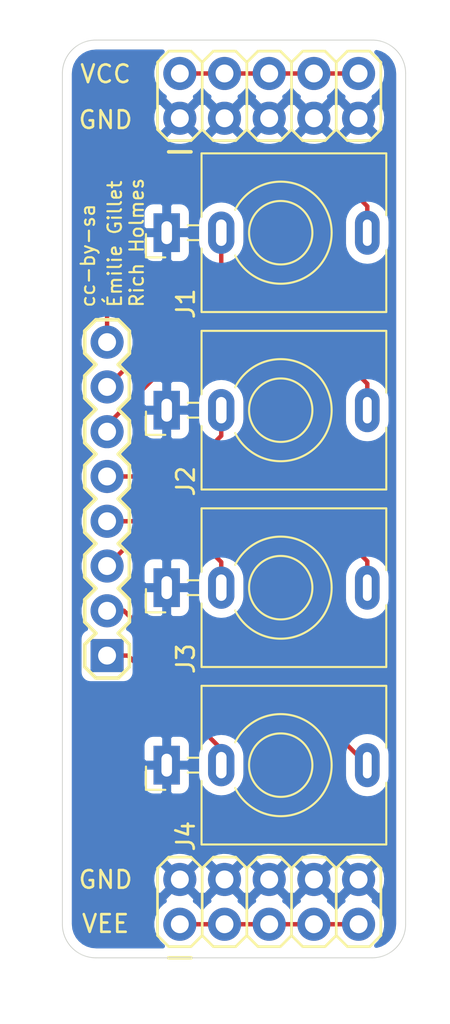
<source format=kicad_pcb>
(kicad_pcb (version 20171130) (host pcbnew 5.1.5-52549c5~84~ubuntu18.04.1)

  (general
    (thickness 1.6)
    (drawings 14)
    (tracks 32)
    (zones 0)
    (modules 7)
    (nets 12)
  )

  (page A4)
  (layers
    (0 Top signal)
    (31 Bottom signal)
    (32 B.Adhes user)
    (33 F.Adhes user)
    (34 B.Paste user)
    (35 F.Paste user)
    (36 B.SilkS user)
    (37 F.SilkS user)
    (38 B.Mask user)
    (39 F.Mask user)
    (40 Dwgs.User user)
    (41 Cmts.User user)
    (42 Eco1.User user)
    (43 Eco2.User user)
    (44 Edge.Cuts user)
    (45 Margin user)
    (46 B.CrtYd user)
    (47 F.CrtYd user)
    (48 B.Fab user)
    (49 F.Fab user)
  )

  (setup
    (last_trace_width 0.25)
    (trace_clearance 0.2)
    (zone_clearance 0.508)
    (zone_45_only no)
    (trace_min 0.2)
    (via_size 0.8)
    (via_drill 0.4)
    (via_min_size 0.4)
    (via_min_drill 0.3)
    (uvia_size 0.3)
    (uvia_drill 0.1)
    (uvias_allowed no)
    (uvia_min_size 0.2)
    (uvia_min_drill 0.1)
    (edge_width 0.05)
    (segment_width 0.2)
    (pcb_text_width 0.3)
    (pcb_text_size 1.5 1.5)
    (mod_edge_width 0.12)
    (mod_text_size 1 1)
    (mod_text_width 0.15)
    (pad_size 1.524 1.524)
    (pad_drill 0.762)
    (pad_to_mask_clearance 0.051)
    (solder_mask_min_width 0.25)
    (aux_axis_origin 0 0)
    (visible_elements FFFFFF7F)
    (pcbplotparams
      (layerselection 0x010fc_ffffffff)
      (usegerberextensions false)
      (usegerberattributes false)
      (usegerberadvancedattributes false)
      (creategerberjobfile false)
      (excludeedgelayer true)
      (linewidth 0.100000)
      (plotframeref false)
      (viasonmask false)
      (mode 1)
      (useauxorigin false)
      (hpglpennumber 1)
      (hpglpenspeed 20)
      (hpglpendiameter 15.000000)
      (psnegative false)
      (psa4output false)
      (plotreference true)
      (plotvalue true)
      (plotinvisibletext false)
      (padsonsilk false)
      (subtractmaskfromsilk false)
      (outputformat 1)
      (mirror false)
      (drillshape 1)
      (scaleselection 1)
      (outputdirectory ""))
  )

  (net 0 "")
  (net 1 GND)
  (net 2 VCC)
  (net 3 VEE)
  (net 4 "Net-(J2-Pad2)")
  (net 5 "Net-(J2-Pad3)")
  (net 6 "Net-(J3-Pad2)")
  (net 7 "Net-(J3-Pad3)")
  (net 8 "Net-(J4-Pad2)")
  (net 9 "Net-(J4-Pad3)")
  (net 10 "Net-(J1-Pad2)")
  (net 11 "Net-(J1-Pad3)")

  (net_class Default "This is the default net class."
    (clearance 0.2)
    (trace_width 0.25)
    (via_dia 0.8)
    (via_drill 0.4)
    (uvia_dia 0.3)
    (uvia_drill 0.1)
    (add_net GND)
    (add_net "Net-(J1-Pad2)")
    (add_net "Net-(J1-Pad3)")
    (add_net "Net-(J2-Pad2)")
    (add_net "Net-(J2-Pad3)")
    (add_net "Net-(J3-Pad2)")
    (add_net "Net-(J3-Pad3)")
    (add_net "Net-(J4-Pad2)")
    (add_net "Net-(J4-Pad3)")
    (add_net VCC)
    (add_net VEE)
  )

  (module bbf-eurojacks:AVR_ICSP (layer Top) (tedit 0) (tstamp 5E77BB0E)
    (at 152.0011 127.8586 90)
    (descr "<b>PIN HEADER</b>")
    (path /ACD8E5B6)
    (fp_text reference JP3 (at -2.794 3.302 180) (layer F.SilkS) hide
      (effects (font (size 0.38608 0.38608) (thickness 0.032512)) (justify right top))
    )
    (fp_text value M05X2PTH (at -2.794 0.254 180) (layer F.Fab) hide
      (effects (font (size 0.38608 0.38608) (thickness 0.032512)) (justify right top))
    )
    (fp_poly (pts (xy 1.016 2.794) (xy 1.524 2.794) (xy 1.524 2.286) (xy 1.016 2.286)) (layer F.Fab) (width 0))
    (fp_poly (pts (xy -1.524 2.794) (xy -1.016 2.794) (xy -1.016 2.286) (xy -1.524 2.286)) (layer F.Fab) (width 0))
    (fp_poly (pts (xy -1.524 5.334) (xy -1.016 5.334) (xy -1.016 4.826) (xy -1.524 4.826)) (layer F.Fab) (width 0))
    (fp_poly (pts (xy 1.016 5.334) (xy 1.524 5.334) (xy 1.524 4.826) (xy 1.016 4.826)) (layer F.Fab) (width 0))
    (fp_poly (pts (xy -1.524 0.254) (xy -1.016 0.254) (xy -1.016 -0.254) (xy -1.524 -0.254)) (layer F.SilkS) (width 0))
    (fp_poly (pts (xy 1.016 0.254) (xy 1.524 0.254) (xy 1.524 -0.254) (xy 1.016 -0.254)) (layer F.Fab) (width 0))
    (fp_poly (pts (xy -1.524 -2.286) (xy -1.016 -2.286) (xy -1.016 -2.794) (xy -1.524 -2.794)) (layer F.Fab) (width 0))
    (fp_poly (pts (xy 1.016 -2.286) (xy 1.524 -2.286) (xy 1.524 -2.794) (xy 1.016 -2.794)) (layer F.Fab) (width 0))
    (fp_poly (pts (xy 1.016 -4.826) (xy 1.524 -4.826) (xy 1.524 -5.334) (xy 1.016 -5.334)) (layer F.Fab) (width 0))
    (fp_poly (pts (xy -1.524 -4.826) (xy -1.016 -4.826) (xy -1.016 -5.334) (xy -1.524 -5.334)) (layer F.Fab) (width 0))
    (fp_line (start -3.175 -5.715) (end -3.175 -4.445) (layer F.SilkS) (width 0.2032))
    (fp_line (start -2.54 4.445) (end -2.54 5.715) (layer F.SilkS) (width 0.1524))
    (fp_line (start 1.905 6.35) (end -1.905 6.35) (layer F.SilkS) (width 0.1524))
    (fp_line (start 2.54 5.715) (end 1.905 6.35) (layer F.SilkS) (width 0.1524))
    (fp_line (start 2.54 4.445) (end 2.54 5.715) (layer F.SilkS) (width 0.1524))
    (fp_line (start 1.905 3.81) (end 2.54 4.445) (layer F.SilkS) (width 0.1524))
    (fp_line (start -2.54 5.715) (end -1.905 6.35) (layer F.SilkS) (width 0.1524))
    (fp_line (start -1.905 3.81) (end -2.54 4.445) (layer F.SilkS) (width 0.1524))
    (fp_line (start -2.54 -5.715) (end -2.54 -4.445) (layer F.SilkS) (width 0.1524))
    (fp_line (start -2.54 -3.175) (end -2.54 -1.905) (layer F.SilkS) (width 0.1524))
    (fp_line (start -2.54 -0.635) (end -2.54 0.635) (layer F.SilkS) (width 0.1524))
    (fp_line (start -2.54 1.905) (end -2.54 3.175) (layer F.SilkS) (width 0.1524))
    (fp_line (start 1.905 3.81) (end -1.905 3.81) (layer F.SilkS) (width 0.1524))
    (fp_line (start 1.905 1.27) (end -1.905 1.27) (layer F.SilkS) (width 0.1524))
    (fp_line (start 1.905 -1.27) (end -1.905 -1.27) (layer F.SilkS) (width 0.1524))
    (fp_line (start 1.905 -3.81) (end -1.905 -3.81) (layer F.SilkS) (width 0.1524))
    (fp_line (start 2.54 3.175) (end 1.905 3.81) (layer F.SilkS) (width 0.1524))
    (fp_line (start 2.54 1.905) (end 2.54 3.175) (layer F.SilkS) (width 0.1524))
    (fp_line (start 1.905 1.27) (end 2.54 1.905) (layer F.SilkS) (width 0.1524))
    (fp_line (start 2.54 0.635) (end 1.905 1.27) (layer F.SilkS) (width 0.1524))
    (fp_line (start 2.54 -0.635) (end 2.54 0.635) (layer F.SilkS) (width 0.1524))
    (fp_line (start 1.905 -1.27) (end 2.54 -0.635) (layer F.SilkS) (width 0.1524))
    (fp_line (start 2.54 -1.905) (end 1.905 -1.27) (layer F.SilkS) (width 0.1524))
    (fp_line (start 2.54 -3.175) (end 2.54 -1.905) (layer F.SilkS) (width 0.1524))
    (fp_line (start 1.905 -3.81) (end 2.54 -3.175) (layer F.SilkS) (width 0.1524))
    (fp_line (start 2.54 -4.445) (end 1.905 -3.81) (layer F.SilkS) (width 0.1524))
    (fp_line (start 2.54 -5.715) (end 2.54 -4.445) (layer F.SilkS) (width 0.1524))
    (fp_line (start 1.905 -6.35) (end 2.54 -5.715) (layer F.SilkS) (width 0.1524))
    (fp_line (start -1.905 -6.35) (end 1.905 -6.35) (layer F.SilkS) (width 0.1524))
    (fp_line (start -2.54 3.175) (end -1.905 3.81) (layer F.SilkS) (width 0.1524))
    (fp_line (start -1.905 1.27) (end -2.54 1.905) (layer F.SilkS) (width 0.1524))
    (fp_line (start -2.54 0.635) (end -1.905 1.27) (layer F.SilkS) (width 0.1524))
    (fp_line (start -1.905 -1.27) (end -2.54 -0.635) (layer F.SilkS) (width 0.1524))
    (fp_line (start -2.54 -1.905) (end -1.905 -1.27) (layer F.SilkS) (width 0.1524))
    (fp_line (start -1.905 -3.81) (end -2.54 -3.175) (layer F.SilkS) (width 0.1524))
    (fp_line (start -2.54 -4.445) (end -1.905 -3.81) (layer F.SilkS) (width 0.1524))
    (fp_line (start -1.905 -6.35) (end -2.54 -5.715) (layer F.SilkS) (width 0.1524))
    (pad 10 thru_hole circle (at 1.27 5.08) (size 1.8796 1.8796) (drill 1.016) (layers *.Cu *.Mask)
      (net 1 GND) (solder_mask_margin 0.1016))
    (pad 9 thru_hole circle (at -1.27 5.08) (size 1.8796 1.8796) (drill 1.016) (layers *.Cu *.Mask)
      (net 3 VEE) (solder_mask_margin 0.1016))
    (pad 8 thru_hole circle (at 1.27 2.54) (size 1.8796 1.8796) (drill 1.016) (layers *.Cu *.Mask)
      (net 1 GND) (solder_mask_margin 0.1016))
    (pad 7 thru_hole circle (at -1.27 2.54) (size 1.8796 1.8796) (drill 1.016) (layers *.Cu *.Mask)
      (net 3 VEE) (solder_mask_margin 0.1016))
    (pad 6 thru_hole circle (at 1.27 0) (size 1.8796 1.8796) (drill 1.016) (layers *.Cu *.Mask)
      (net 1 GND) (solder_mask_margin 0.1016))
    (pad 5 thru_hole circle (at -1.27 0) (size 1.8796 1.8796) (drill 1.016) (layers *.Cu *.Mask)
      (net 3 VEE) (solder_mask_margin 0.1016))
    (pad 4 thru_hole circle (at 1.27 -2.54) (size 1.8796 1.8796) (drill 1.016) (layers *.Cu *.Mask)
      (net 1 GND) (solder_mask_margin 0.1016))
    (pad 3 thru_hole circle (at -1.27 -2.54) (size 1.8796 1.8796) (drill 1.016) (layers *.Cu *.Mask)
      (net 3 VEE) (solder_mask_margin 0.1016))
    (pad 2 thru_hole circle (at 1.27 -5.08) (size 1.8796 1.8796) (drill 1.016) (layers *.Cu *.Mask)
      (net 1 GND) (solder_mask_margin 0.1016))
    (pad 1 thru_hole circle (at -1.27 -5.08) (size 1.8796 1.8796) (drill 1.016) (layers *.Cu *.Mask)
      (net 3 VEE) (solder_mask_margin 0.1016))
  )

  (module bbf-eurojacks-thonkiconn:3.5mm_tip_switch_thonkiconn (layer Top) (tedit 5E77B945) (tstamp 5E77BB86)
    (at 146.1761 120.1036 90)
    (descr "TRS 3.5mm, vertical, Thonkiconn, PCB mount, (http://www.qingpu-electronics.com/en/products/WQP-PJ398SM-362.html)")
    (tags "WQP-PJ398SM TRS 3.5mm mono vertical jack thonkiconn qingpu")
    (path /2A89DB3B)
    (fp_text reference J4 (at -4.03 1.08 270) (layer F.SilkS)
      (effects (font (size 1 1) (thickness 0.15)))
    )
    (fp_text value 1502_03SLOTTED (at 0 5 270) (layer F.Fab)
      (effects (font (size 1 1) (thickness 0.15)))
    )
    (fp_text user KEEPOUT (at 0 6.48 90) (layer Cmts.User)
      (effects (font (size 0.4 0.4) (thickness 0.051)))
    )
    (fp_line (start -5 13.25) (end -5 -1.58) (layer F.CrtYd) (width 0.05))
    (fp_line (start -4.5 12.48) (end -4.5 2.08) (layer F.Fab) (width 0.1))
    (fp_text user %R (at 0 8 270) (layer F.Fab)
      (effects (font (size 1 1) (thickness 0.15)))
    )
    (fp_line (start -4.5 1.98) (end -4.5 12.48) (layer F.SilkS) (width 0.12))
    (fp_line (start 4.5 1.98) (end 4.5 12.48) (layer F.SilkS) (width 0.12))
    (fp_circle (center 0 6.48) (end 1.5 6.48) (layer Dwgs.User) (width 0.12))
    (fp_line (start 0.09 7.96) (end 1.48 6.57) (layer Dwgs.User) (width 0.12))
    (fp_line (start -0.58 7.83) (end 1.36 5.89) (layer Dwgs.User) (width 0.12))
    (fp_line (start -1.07 7.49) (end 1.01 5.41) (layer Dwgs.User) (width 0.12))
    (fp_line (start -1.42 6.875) (end 0.4 5.06) (layer Dwgs.User) (width 0.12))
    (fp_line (start -1.41 6.02) (end -0.46 5.07) (layer Dwgs.User) (width 0.12))
    (fp_arc (start 0 6.48) (end 0 9.375) (angle 153.4) (layer F.SilkS) (width 0.12))
    (fp_arc (start 0 6.48) (end 0 9.375) (angle -153.4) (layer F.SilkS) (width 0.12))
    (fp_line (start 4.5 12.48) (end 1 12.48) (layer F.SilkS) (width 0.12))
    (fp_line (start -1 12.48) (end -4.5 12.48) (layer F.SilkS) (width 0.12))
    (fp_line (start 4.5 1.98) (end 0.9 1.98) (layer F.SilkS) (width 0.12))
    (fp_line (start -0.9 1.98) (end -4.5 1.98) (layer F.SilkS) (width 0.12))
    (fp_circle (center 0 6.48) (end 1.8 6.48) (layer F.SilkS) (width 0.12))
    (fp_line (start -0.42 1.2) (end -0.42 1.8) (layer F.SilkS) (width 0.12))
    (fp_line (start 0.42 1.2) (end 0.42 1.8) (layer F.SilkS) (width 0.12))
    (fp_line (start -1.4 -1.18) (end -1.4 -0.08) (layer F.SilkS) (width 0.12))
    (fp_line (start -1.4 -1.18) (end -0.08 -1.18) (layer F.SilkS) (width 0.12))
    (fp_line (start 4.5 12.48) (end 4.5 2.08) (layer F.Fab) (width 0.1))
    (fp_line (start 4.5 12.48) (end -4.5 12.48) (layer F.Fab) (width 0.1))
    (fp_line (start 5 13.25) (end 5 -1.58) (layer F.CrtYd) (width 0.05))
    (fp_line (start 5 13.25) (end -5 13.25) (layer F.CrtYd) (width 0.05))
    (fp_line (start 5 -1.58) (end -5 -1.58) (layer F.CrtYd) (width 0.05))
    (fp_line (start 4.5 2.03) (end -4.5 2.03) (layer F.Fab) (width 0.1))
    (fp_circle (center 0 6.48) (end 1.8 6.48) (layer F.Fab) (width 0.1))
    (fp_line (start 0 0) (end 0 2.03) (layer F.Fab) (width 0.1))
    (pad 3 thru_hole oval (at 0 3.1 270) (size 2.4 1.5) (drill oval 1.5 0.6) (layers *.Cu *.Mask)
      (net 9 "Net-(J4-Pad3)"))
    (pad 1 thru_hole rect (at 0 0 270) (size 2.2 1.5) (drill oval 1.3 0.6) (layers *.Cu *.Mask)
      (net 1 GND))
    (pad 2 thru_hole oval (at 0 11.4 270) (size 2.5 1.4) (drill oval 1.5 0.5) (layers *.Cu *.Mask)
      (net 8 "Net-(J4-Pad2)"))
    (model ${KISYS3DMOD}/Connector_Audio.3dshapes/Jack_3.5mm_QingPu_WQP-PJ398SM_Vertical.wrl
      (at (xyz 0 0 0))
      (scale (xyz 1 1 1))
      (rotate (xyz 0 0 0))
    )
  )

  (module bbf-eurojacks-thonkiconn:3.5mm_tip_switch_thonkiconn (layer Top) (tedit 5E77B945) (tstamp 5E77BB68)
    (at 146.1761 110.035732 90)
    (descr "TRS 3.5mm, vertical, Thonkiconn, PCB mount, (http://www.qingpu-electronics.com/en/products/WQP-PJ398SM-362.html)")
    (tags "WQP-PJ398SM TRS 3.5mm mono vertical jack thonkiconn qingpu")
    (path /D6A0AFFD)
    (fp_text reference J3 (at -4.03 1.08 270) (layer F.SilkS)
      (effects (font (size 1 1) (thickness 0.15)))
    )
    (fp_text value 1502_03SLOTTED (at 0 5 270) (layer F.Fab)
      (effects (font (size 1 1) (thickness 0.15)))
    )
    (fp_text user KEEPOUT (at 0 6.48 90) (layer Cmts.User)
      (effects (font (size 0.4 0.4) (thickness 0.051)))
    )
    (fp_line (start -5 13.25) (end -5 -1.58) (layer F.CrtYd) (width 0.05))
    (fp_line (start -4.5 12.48) (end -4.5 2.08) (layer F.Fab) (width 0.1))
    (fp_text user %R (at 0 8 270) (layer F.Fab)
      (effects (font (size 1 1) (thickness 0.15)))
    )
    (fp_line (start -4.5 1.98) (end -4.5 12.48) (layer F.SilkS) (width 0.12))
    (fp_line (start 4.5 1.98) (end 4.5 12.48) (layer F.SilkS) (width 0.12))
    (fp_circle (center 0 6.48) (end 1.5 6.48) (layer Dwgs.User) (width 0.12))
    (fp_line (start 0.09 7.96) (end 1.48 6.57) (layer Dwgs.User) (width 0.12))
    (fp_line (start -0.58 7.83) (end 1.36 5.89) (layer Dwgs.User) (width 0.12))
    (fp_line (start -1.07 7.49) (end 1.01 5.41) (layer Dwgs.User) (width 0.12))
    (fp_line (start -1.42 6.875) (end 0.4 5.06) (layer Dwgs.User) (width 0.12))
    (fp_line (start -1.41 6.02) (end -0.46 5.07) (layer Dwgs.User) (width 0.12))
    (fp_arc (start 0 6.48) (end 0 9.375) (angle 153.4) (layer F.SilkS) (width 0.12))
    (fp_arc (start 0 6.48) (end 0 9.375) (angle -153.4) (layer F.SilkS) (width 0.12))
    (fp_line (start 4.5 12.48) (end 1 12.48) (layer F.SilkS) (width 0.12))
    (fp_line (start -1 12.48) (end -4.5 12.48) (layer F.SilkS) (width 0.12))
    (fp_line (start 4.5 1.98) (end 0.9 1.98) (layer F.SilkS) (width 0.12))
    (fp_line (start -0.9 1.98) (end -4.5 1.98) (layer F.SilkS) (width 0.12))
    (fp_circle (center 0 6.48) (end 1.8 6.48) (layer F.SilkS) (width 0.12))
    (fp_line (start -0.42 1.2) (end -0.42 1.8) (layer F.SilkS) (width 0.12))
    (fp_line (start 0.42 1.2) (end 0.42 1.8) (layer F.SilkS) (width 0.12))
    (fp_line (start -1.4 -1.18) (end -1.4 -0.08) (layer F.SilkS) (width 0.12))
    (fp_line (start -1.4 -1.18) (end -0.08 -1.18) (layer F.SilkS) (width 0.12))
    (fp_line (start 4.5 12.48) (end 4.5 2.08) (layer F.Fab) (width 0.1))
    (fp_line (start 4.5 12.48) (end -4.5 12.48) (layer F.Fab) (width 0.1))
    (fp_line (start 5 13.25) (end 5 -1.58) (layer F.CrtYd) (width 0.05))
    (fp_line (start 5 13.25) (end -5 13.25) (layer F.CrtYd) (width 0.05))
    (fp_line (start 5 -1.58) (end -5 -1.58) (layer F.CrtYd) (width 0.05))
    (fp_line (start 4.5 2.03) (end -4.5 2.03) (layer F.Fab) (width 0.1))
    (fp_circle (center 0 6.48) (end 1.8 6.48) (layer F.Fab) (width 0.1))
    (fp_line (start 0 0) (end 0 2.03) (layer F.Fab) (width 0.1))
    (pad 3 thru_hole oval (at 0 3.1 270) (size 2.4 1.5) (drill oval 1.5 0.6) (layers *.Cu *.Mask)
      (net 7 "Net-(J3-Pad3)"))
    (pad 1 thru_hole rect (at 0 0 270) (size 2.2 1.5) (drill oval 1.3 0.6) (layers *.Cu *.Mask)
      (net 1 GND))
    (pad 2 thru_hole oval (at 0 11.4 270) (size 2.5 1.4) (drill oval 1.5 0.5) (layers *.Cu *.Mask)
      (net 6 "Net-(J3-Pad2)"))
    (model ${KISYS3DMOD}/Connector_Audio.3dshapes/Jack_3.5mm_QingPu_WQP-PJ398SM_Vertical.wrl
      (at (xyz 0 0 0))
      (scale (xyz 1 1 1))
      (rotate (xyz 0 0 0))
    )
  )

  (module bbf-eurojacks-thonkiconn:3.5mm_tip_switch_thonkiconn (layer Top) (tedit 5E77B945) (tstamp 5E77BB4A)
    (at 146.1761 99.967866 90)
    (descr "TRS 3.5mm, vertical, Thonkiconn, PCB mount, (http://www.qingpu-electronics.com/en/products/WQP-PJ398SM-362.html)")
    (tags "WQP-PJ398SM TRS 3.5mm mono vertical jack thonkiconn qingpu")
    (path /F2D55355)
    (fp_text reference J2 (at -4.03 1.08 270) (layer F.SilkS)
      (effects (font (size 1 1) (thickness 0.15)))
    )
    (fp_text value 1502_03SLOTTED (at 0 5 270) (layer F.Fab)
      (effects (font (size 1 1) (thickness 0.15)))
    )
    (fp_text user KEEPOUT (at 0 6.48 90) (layer Cmts.User)
      (effects (font (size 0.4 0.4) (thickness 0.051)))
    )
    (fp_line (start -5 13.25) (end -5 -1.58) (layer F.CrtYd) (width 0.05))
    (fp_line (start -4.5 12.48) (end -4.5 2.08) (layer F.Fab) (width 0.1))
    (fp_text user %R (at 0 8 270) (layer F.Fab)
      (effects (font (size 1 1) (thickness 0.15)))
    )
    (fp_line (start -4.5 1.98) (end -4.5 12.48) (layer F.SilkS) (width 0.12))
    (fp_line (start 4.5 1.98) (end 4.5 12.48) (layer F.SilkS) (width 0.12))
    (fp_circle (center 0 6.48) (end 1.5 6.48) (layer Dwgs.User) (width 0.12))
    (fp_line (start 0.09 7.96) (end 1.48 6.57) (layer Dwgs.User) (width 0.12))
    (fp_line (start -0.58 7.83) (end 1.36 5.89) (layer Dwgs.User) (width 0.12))
    (fp_line (start -1.07 7.49) (end 1.01 5.41) (layer Dwgs.User) (width 0.12))
    (fp_line (start -1.42 6.875) (end 0.4 5.06) (layer Dwgs.User) (width 0.12))
    (fp_line (start -1.41 6.02) (end -0.46 5.07) (layer Dwgs.User) (width 0.12))
    (fp_arc (start 0 6.48) (end 0 9.375) (angle 153.4) (layer F.SilkS) (width 0.12))
    (fp_arc (start 0 6.48) (end 0 9.375) (angle -153.4) (layer F.SilkS) (width 0.12))
    (fp_line (start 4.5 12.48) (end 1 12.48) (layer F.SilkS) (width 0.12))
    (fp_line (start -1 12.48) (end -4.5 12.48) (layer F.SilkS) (width 0.12))
    (fp_line (start 4.5 1.98) (end 0.9 1.98) (layer F.SilkS) (width 0.12))
    (fp_line (start -0.9 1.98) (end -4.5 1.98) (layer F.SilkS) (width 0.12))
    (fp_circle (center 0 6.48) (end 1.8 6.48) (layer F.SilkS) (width 0.12))
    (fp_line (start -0.42 1.2) (end -0.42 1.8) (layer F.SilkS) (width 0.12))
    (fp_line (start 0.42 1.2) (end 0.42 1.8) (layer F.SilkS) (width 0.12))
    (fp_line (start -1.4 -1.18) (end -1.4 -0.08) (layer F.SilkS) (width 0.12))
    (fp_line (start -1.4 -1.18) (end -0.08 -1.18) (layer F.SilkS) (width 0.12))
    (fp_line (start 4.5 12.48) (end 4.5 2.08) (layer F.Fab) (width 0.1))
    (fp_line (start 4.5 12.48) (end -4.5 12.48) (layer F.Fab) (width 0.1))
    (fp_line (start 5 13.25) (end 5 -1.58) (layer F.CrtYd) (width 0.05))
    (fp_line (start 5 13.25) (end -5 13.25) (layer F.CrtYd) (width 0.05))
    (fp_line (start 5 -1.58) (end -5 -1.58) (layer F.CrtYd) (width 0.05))
    (fp_line (start 4.5 2.03) (end -4.5 2.03) (layer F.Fab) (width 0.1))
    (fp_circle (center 0 6.48) (end 1.8 6.48) (layer F.Fab) (width 0.1))
    (fp_line (start 0 0) (end 0 2.03) (layer F.Fab) (width 0.1))
    (pad 3 thru_hole oval (at 0 3.1 270) (size 2.4 1.5) (drill oval 1.5 0.6) (layers *.Cu *.Mask)
      (net 5 "Net-(J2-Pad3)"))
    (pad 1 thru_hole rect (at 0 0 270) (size 2.2 1.5) (drill oval 1.3 0.6) (layers *.Cu *.Mask)
      (net 1 GND))
    (pad 2 thru_hole oval (at 0 11.4 270) (size 2.5 1.4) (drill oval 1.5 0.5) (layers *.Cu *.Mask)
      (net 4 "Net-(J2-Pad2)"))
    (model ${KISYS3DMOD}/Connector_Audio.3dshapes/Jack_3.5mm_QingPu_WQP-PJ398SM_Vertical.wrl
      (at (xyz 0 0 0))
      (scale (xyz 1 1 1))
      (rotate (xyz 0 0 0))
    )
  )

  (module bbf-eurojacks-thonkiconn:3.5mm_tip_switch_thonkiconn (layer Top) (tedit 5E77B945) (tstamp 5E77BBA4)
    (at 146.1761 89.9 90)
    (descr "TRS 3.5mm, vertical, Thonkiconn, PCB mount, (http://www.qingpu-electronics.com/en/products/WQP-PJ398SM-362.html)")
    (tags "WQP-PJ398SM TRS 3.5mm mono vertical jack thonkiconn qingpu")
    (path /2CE6A523)
    (fp_text reference J1 (at -4.03 1.08 270) (layer F.SilkS)
      (effects (font (size 1 1) (thickness 0.15)))
    )
    (fp_text value 1502_03SLOTTED (at 0 5 270) (layer F.Fab)
      (effects (font (size 1 1) (thickness 0.15)))
    )
    (fp_text user KEEPOUT (at 0 6.48 90) (layer Cmts.User)
      (effects (font (size 0.4 0.4) (thickness 0.051)))
    )
    (fp_line (start -5 13.25) (end -5 -1.58) (layer F.CrtYd) (width 0.05))
    (fp_line (start -4.5 12.48) (end -4.5 2.08) (layer F.Fab) (width 0.1))
    (fp_text user %R (at 0 8 270) (layer F.Fab)
      (effects (font (size 1 1) (thickness 0.15)))
    )
    (fp_line (start -4.5 1.98) (end -4.5 12.48) (layer F.SilkS) (width 0.12))
    (fp_line (start 4.5 1.98) (end 4.5 12.48) (layer F.SilkS) (width 0.12))
    (fp_circle (center 0 6.48) (end 1.5 6.48) (layer Dwgs.User) (width 0.12))
    (fp_line (start 0.09 7.96) (end 1.48 6.57) (layer Dwgs.User) (width 0.12))
    (fp_line (start -0.58 7.83) (end 1.36 5.89) (layer Dwgs.User) (width 0.12))
    (fp_line (start -1.07 7.49) (end 1.01 5.41) (layer Dwgs.User) (width 0.12))
    (fp_line (start -1.42 6.875) (end 0.4 5.06) (layer Dwgs.User) (width 0.12))
    (fp_line (start -1.41 6.02) (end -0.46 5.07) (layer Dwgs.User) (width 0.12))
    (fp_arc (start 0 6.48) (end 0 9.375) (angle 153.4) (layer F.SilkS) (width 0.12))
    (fp_arc (start 0 6.48) (end 0 9.375) (angle -153.4) (layer F.SilkS) (width 0.12))
    (fp_line (start 4.5 12.48) (end 1 12.48) (layer F.SilkS) (width 0.12))
    (fp_line (start -1 12.48) (end -4.5 12.48) (layer F.SilkS) (width 0.12))
    (fp_line (start 4.5 1.98) (end 0.9 1.98) (layer F.SilkS) (width 0.12))
    (fp_line (start -0.9 1.98) (end -4.5 1.98) (layer F.SilkS) (width 0.12))
    (fp_circle (center 0 6.48) (end 1.8 6.48) (layer F.SilkS) (width 0.12))
    (fp_line (start -0.42 1.2) (end -0.42 1.8) (layer F.SilkS) (width 0.12))
    (fp_line (start 0.42 1.2) (end 0.42 1.8) (layer F.SilkS) (width 0.12))
    (fp_line (start -1.4 -1.18) (end -1.4 -0.08) (layer F.SilkS) (width 0.12))
    (fp_line (start -1.4 -1.18) (end -0.08 -1.18) (layer F.SilkS) (width 0.12))
    (fp_line (start 4.5 12.48) (end 4.5 2.08) (layer F.Fab) (width 0.1))
    (fp_line (start 4.5 12.48) (end -4.5 12.48) (layer F.Fab) (width 0.1))
    (fp_line (start 5 13.25) (end 5 -1.58) (layer F.CrtYd) (width 0.05))
    (fp_line (start 5 13.25) (end -5 13.25) (layer F.CrtYd) (width 0.05))
    (fp_line (start 5 -1.58) (end -5 -1.58) (layer F.CrtYd) (width 0.05))
    (fp_line (start 4.5 2.03) (end -4.5 2.03) (layer F.Fab) (width 0.1))
    (fp_circle (center 0 6.48) (end 1.8 6.48) (layer F.Fab) (width 0.1))
    (fp_line (start 0 0) (end 0 2.03) (layer F.Fab) (width 0.1))
    (pad 3 thru_hole oval (at 0 3.1 270) (size 2.4 1.5) (drill oval 1.5 0.6) (layers *.Cu *.Mask)
      (net 11 "Net-(J1-Pad3)"))
    (pad 1 thru_hole rect (at 0 0 270) (size 2.2 1.5) (drill oval 1.3 0.6) (layers *.Cu *.Mask)
      (net 1 GND))
    (pad 2 thru_hole oval (at 0 11.4 270) (size 2.5 1.4) (drill oval 1.5 0.5) (layers *.Cu *.Mask)
      (net 10 "Net-(J1-Pad2)"))
    (model ${KISYS3DMOD}/Connector_Audio.3dshapes/Jack_3.5mm_QingPu_WQP-PJ398SM_Vertical.wrl
      (at (xyz 0 0 0))
      (scale (xyz 1 1 1))
      (rotate (xyz 0 0 0))
    )
  )

  (module bbf-eurojacks:AVR_ICSP (layer Top) (tedit 0) (tstamp 5E77BAD2)
    (at 152.0011 82.1386 90)
    (descr "<b>PIN HEADER</b>")
    (path /2F430EF2)
    (fp_text reference JP1 (at -2.794 3.302 180) (layer F.SilkS) hide
      (effects (font (size 0.38608 0.38608) (thickness 0.032512)) (justify right top))
    )
    (fp_text value M05X2PTH (at -2.794 0.254 180) (layer F.Fab) hide
      (effects (font (size 0.38608 0.38608) (thickness 0.032512)) (justify right top))
    )
    (fp_poly (pts (xy 1.016 2.794) (xy 1.524 2.794) (xy 1.524 2.286) (xy 1.016 2.286)) (layer F.Fab) (width 0))
    (fp_poly (pts (xy -1.524 2.794) (xy -1.016 2.794) (xy -1.016 2.286) (xy -1.524 2.286)) (layer F.Fab) (width 0))
    (fp_poly (pts (xy -1.524 5.334) (xy -1.016 5.334) (xy -1.016 4.826) (xy -1.524 4.826)) (layer F.Fab) (width 0))
    (fp_poly (pts (xy 1.016 5.334) (xy 1.524 5.334) (xy 1.524 4.826) (xy 1.016 4.826)) (layer F.Fab) (width 0))
    (fp_poly (pts (xy -1.524 0.254) (xy -1.016 0.254) (xy -1.016 -0.254) (xy -1.524 -0.254)) (layer F.SilkS) (width 0))
    (fp_poly (pts (xy 1.016 0.254) (xy 1.524 0.254) (xy 1.524 -0.254) (xy 1.016 -0.254)) (layer F.Fab) (width 0))
    (fp_poly (pts (xy -1.524 -2.286) (xy -1.016 -2.286) (xy -1.016 -2.794) (xy -1.524 -2.794)) (layer F.Fab) (width 0))
    (fp_poly (pts (xy 1.016 -2.286) (xy 1.524 -2.286) (xy 1.524 -2.794) (xy 1.016 -2.794)) (layer F.Fab) (width 0))
    (fp_poly (pts (xy 1.016 -4.826) (xy 1.524 -4.826) (xy 1.524 -5.334) (xy 1.016 -5.334)) (layer F.Fab) (width 0))
    (fp_poly (pts (xy -1.524 -4.826) (xy -1.016 -4.826) (xy -1.016 -5.334) (xy -1.524 -5.334)) (layer F.Fab) (width 0))
    (fp_line (start -3.175 -5.715) (end -3.175 -4.445) (layer F.SilkS) (width 0.2032))
    (fp_line (start -2.54 4.445) (end -2.54 5.715) (layer F.SilkS) (width 0.1524))
    (fp_line (start 1.905 6.35) (end -1.905 6.35) (layer F.SilkS) (width 0.1524))
    (fp_line (start 2.54 5.715) (end 1.905 6.35) (layer F.SilkS) (width 0.1524))
    (fp_line (start 2.54 4.445) (end 2.54 5.715) (layer F.SilkS) (width 0.1524))
    (fp_line (start 1.905 3.81) (end 2.54 4.445) (layer F.SilkS) (width 0.1524))
    (fp_line (start -2.54 5.715) (end -1.905 6.35) (layer F.SilkS) (width 0.1524))
    (fp_line (start -1.905 3.81) (end -2.54 4.445) (layer F.SilkS) (width 0.1524))
    (fp_line (start -2.54 -5.715) (end -2.54 -4.445) (layer F.SilkS) (width 0.1524))
    (fp_line (start -2.54 -3.175) (end -2.54 -1.905) (layer F.SilkS) (width 0.1524))
    (fp_line (start -2.54 -0.635) (end -2.54 0.635) (layer F.SilkS) (width 0.1524))
    (fp_line (start -2.54 1.905) (end -2.54 3.175) (layer F.SilkS) (width 0.1524))
    (fp_line (start 1.905 3.81) (end -1.905 3.81) (layer F.SilkS) (width 0.1524))
    (fp_line (start 1.905 1.27) (end -1.905 1.27) (layer F.SilkS) (width 0.1524))
    (fp_line (start 1.905 -1.27) (end -1.905 -1.27) (layer F.SilkS) (width 0.1524))
    (fp_line (start 1.905 -3.81) (end -1.905 -3.81) (layer F.SilkS) (width 0.1524))
    (fp_line (start 2.54 3.175) (end 1.905 3.81) (layer F.SilkS) (width 0.1524))
    (fp_line (start 2.54 1.905) (end 2.54 3.175) (layer F.SilkS) (width 0.1524))
    (fp_line (start 1.905 1.27) (end 2.54 1.905) (layer F.SilkS) (width 0.1524))
    (fp_line (start 2.54 0.635) (end 1.905 1.27) (layer F.SilkS) (width 0.1524))
    (fp_line (start 2.54 -0.635) (end 2.54 0.635) (layer F.SilkS) (width 0.1524))
    (fp_line (start 1.905 -1.27) (end 2.54 -0.635) (layer F.SilkS) (width 0.1524))
    (fp_line (start 2.54 -1.905) (end 1.905 -1.27) (layer F.SilkS) (width 0.1524))
    (fp_line (start 2.54 -3.175) (end 2.54 -1.905) (layer F.SilkS) (width 0.1524))
    (fp_line (start 1.905 -3.81) (end 2.54 -3.175) (layer F.SilkS) (width 0.1524))
    (fp_line (start 2.54 -4.445) (end 1.905 -3.81) (layer F.SilkS) (width 0.1524))
    (fp_line (start 2.54 -5.715) (end 2.54 -4.445) (layer F.SilkS) (width 0.1524))
    (fp_line (start 1.905 -6.35) (end 2.54 -5.715) (layer F.SilkS) (width 0.1524))
    (fp_line (start -1.905 -6.35) (end 1.905 -6.35) (layer F.SilkS) (width 0.1524))
    (fp_line (start -2.54 3.175) (end -1.905 3.81) (layer F.SilkS) (width 0.1524))
    (fp_line (start -1.905 1.27) (end -2.54 1.905) (layer F.SilkS) (width 0.1524))
    (fp_line (start -2.54 0.635) (end -1.905 1.27) (layer F.SilkS) (width 0.1524))
    (fp_line (start -1.905 -1.27) (end -2.54 -0.635) (layer F.SilkS) (width 0.1524))
    (fp_line (start -2.54 -1.905) (end -1.905 -1.27) (layer F.SilkS) (width 0.1524))
    (fp_line (start -1.905 -3.81) (end -2.54 -3.175) (layer F.SilkS) (width 0.1524))
    (fp_line (start -2.54 -4.445) (end -1.905 -3.81) (layer F.SilkS) (width 0.1524))
    (fp_line (start -1.905 -6.35) (end -2.54 -5.715) (layer F.SilkS) (width 0.1524))
    (pad 10 thru_hole circle (at 1.27 5.08) (size 1.8796 1.8796) (drill 1.016) (layers *.Cu *.Mask)
      (net 2 VCC) (solder_mask_margin 0.1016))
    (pad 9 thru_hole circle (at -1.27 5.08) (size 1.8796 1.8796) (drill 1.016) (layers *.Cu *.Mask)
      (net 1 GND) (solder_mask_margin 0.1016))
    (pad 8 thru_hole circle (at 1.27 2.54) (size 1.8796 1.8796) (drill 1.016) (layers *.Cu *.Mask)
      (net 2 VCC) (solder_mask_margin 0.1016))
    (pad 7 thru_hole circle (at -1.27 2.54) (size 1.8796 1.8796) (drill 1.016) (layers *.Cu *.Mask)
      (net 1 GND) (solder_mask_margin 0.1016))
    (pad 6 thru_hole circle (at 1.27 0) (size 1.8796 1.8796) (drill 1.016) (layers *.Cu *.Mask)
      (net 2 VCC) (solder_mask_margin 0.1016))
    (pad 5 thru_hole circle (at -1.27 0) (size 1.8796 1.8796) (drill 1.016) (layers *.Cu *.Mask)
      (net 1 GND) (solder_mask_margin 0.1016))
    (pad 4 thru_hole circle (at 1.27 -2.54) (size 1.8796 1.8796) (drill 1.016) (layers *.Cu *.Mask)
      (net 2 VCC) (solder_mask_margin 0.1016))
    (pad 3 thru_hole circle (at -1.27 -2.54) (size 1.8796 1.8796) (drill 1.016) (layers *.Cu *.Mask)
      (net 1 GND) (solder_mask_margin 0.1016))
    (pad 2 thru_hole circle (at 1.27 -5.08) (size 1.8796 1.8796) (drill 1.016) (layers *.Cu *.Mask)
      (net 2 VCC) (solder_mask_margin 0.1016))
    (pad 1 thru_hole circle (at -1.27 -5.08) (size 1.8796 1.8796) (drill 1.016) (layers *.Cu *.Mask)
      (net 1 GND) (solder_mask_margin 0.1016))
  )

  (module bbf-eurojacks:1X08 (layer Top) (tedit 0) (tstamp 5E77BBC2)
    (at 142.7861 113.8886 90)
    (path /FA93C76E)
    (fp_text reference JP2 (at -1.3462 -1.8288 90) (layer F.SilkS) hide
      (effects (font (size 1.2065 1.2065) (thickness 0.127)) (justify left bottom))
    )
    (fp_text value M08 (at -1.27 3.175 90) (layer F.Fab)
      (effects (font (size 1.2065 1.2065) (thickness 0.09652)) (justify left bottom))
    )
    (fp_poly (pts (xy 17.526 0.254) (xy 18.034 0.254) (xy 18.034 -0.254) (xy 17.526 -0.254)) (layer F.Fab) (width 0))
    (fp_poly (pts (xy -0.254 0.254) (xy 0.254 0.254) (xy 0.254 -0.254) (xy -0.254 -0.254)) (layer F.Fab) (width 0))
    (fp_poly (pts (xy 2.286 0.254) (xy 2.794 0.254) (xy 2.794 -0.254) (xy 2.286 -0.254)) (layer F.Fab) (width 0))
    (fp_poly (pts (xy 4.826 0.254) (xy 5.334 0.254) (xy 5.334 -0.254) (xy 4.826 -0.254)) (layer F.Fab) (width 0))
    (fp_poly (pts (xy 7.366 0.254) (xy 7.874 0.254) (xy 7.874 -0.254) (xy 7.366 -0.254)) (layer F.Fab) (width 0))
    (fp_poly (pts (xy 9.906 0.254) (xy 10.414 0.254) (xy 10.414 -0.254) (xy 9.906 -0.254)) (layer F.Fab) (width 0))
    (fp_poly (pts (xy 12.446 0.254) (xy 12.954 0.254) (xy 12.954 -0.254) (xy 12.446 -0.254)) (layer F.Fab) (width 0))
    (fp_poly (pts (xy 14.986 0.254) (xy 15.494 0.254) (xy 15.494 -0.254) (xy 14.986 -0.254)) (layer F.Fab) (width 0))
    (fp_line (start 18.415 1.27) (end 17.145 1.27) (layer F.SilkS) (width 0.2032))
    (fp_line (start 16.51 0.635) (end 17.145 1.27) (layer F.SilkS) (width 0.2032))
    (fp_line (start 17.145 -1.27) (end 16.51 -0.635) (layer F.SilkS) (width 0.2032))
    (fp_line (start 19.05 0.635) (end 18.415 1.27) (layer F.SilkS) (width 0.2032))
    (fp_line (start 19.05 -0.635) (end 19.05 0.635) (layer F.SilkS) (width 0.2032))
    (fp_line (start 18.415 -1.27) (end 19.05 -0.635) (layer F.SilkS) (width 0.2032))
    (fp_line (start 17.145 -1.27) (end 18.415 -1.27) (layer F.SilkS) (width 0.2032))
    (fp_line (start 0.635 1.27) (end -0.635 1.27) (layer F.SilkS) (width 0.2032))
    (fp_line (start -1.27 0.635) (end -0.635 1.27) (layer F.SilkS) (width 0.2032))
    (fp_line (start -0.635 -1.27) (end -1.27 -0.635) (layer F.SilkS) (width 0.2032))
    (fp_line (start -1.27 -0.635) (end -1.27 0.635) (layer F.SilkS) (width 0.2032))
    (fp_line (start 1.905 1.27) (end 1.27 0.635) (layer F.SilkS) (width 0.2032))
    (fp_line (start 3.175 1.27) (end 1.905 1.27) (layer F.SilkS) (width 0.2032))
    (fp_line (start 3.81 0.635) (end 3.175 1.27) (layer F.SilkS) (width 0.2032))
    (fp_line (start 3.175 -1.27) (end 3.81 -0.635) (layer F.SilkS) (width 0.2032))
    (fp_line (start 1.905 -1.27) (end 3.175 -1.27) (layer F.SilkS) (width 0.2032))
    (fp_line (start 1.27 -0.635) (end 1.905 -1.27) (layer F.SilkS) (width 0.2032))
    (fp_line (start 1.27 0.635) (end 0.635 1.27) (layer F.SilkS) (width 0.2032))
    (fp_line (start 0.635 -1.27) (end 1.27 -0.635) (layer F.SilkS) (width 0.2032))
    (fp_line (start -0.635 -1.27) (end 0.635 -1.27) (layer F.SilkS) (width 0.2032))
    (fp_line (start 8.255 1.27) (end 6.985 1.27) (layer F.SilkS) (width 0.2032))
    (fp_line (start 6.35 0.635) (end 6.985 1.27) (layer F.SilkS) (width 0.2032))
    (fp_line (start 6.985 -1.27) (end 6.35 -0.635) (layer F.SilkS) (width 0.2032))
    (fp_line (start 4.445 1.27) (end 3.81 0.635) (layer F.SilkS) (width 0.2032))
    (fp_line (start 5.715 1.27) (end 4.445 1.27) (layer F.SilkS) (width 0.2032))
    (fp_line (start 6.35 0.635) (end 5.715 1.27) (layer F.SilkS) (width 0.2032))
    (fp_line (start 5.715 -1.27) (end 6.35 -0.635) (layer F.SilkS) (width 0.2032))
    (fp_line (start 4.445 -1.27) (end 5.715 -1.27) (layer F.SilkS) (width 0.2032))
    (fp_line (start 3.81 -0.635) (end 4.445 -1.27) (layer F.SilkS) (width 0.2032))
    (fp_line (start 9.525 1.27) (end 8.89 0.635) (layer F.SilkS) (width 0.2032))
    (fp_line (start 10.795 1.27) (end 9.525 1.27) (layer F.SilkS) (width 0.2032))
    (fp_line (start 11.43 0.635) (end 10.795 1.27) (layer F.SilkS) (width 0.2032))
    (fp_line (start 10.795 -1.27) (end 11.43 -0.635) (layer F.SilkS) (width 0.2032))
    (fp_line (start 9.525 -1.27) (end 10.795 -1.27) (layer F.SilkS) (width 0.2032))
    (fp_line (start 8.89 -0.635) (end 9.525 -1.27) (layer F.SilkS) (width 0.2032))
    (fp_line (start 8.89 0.635) (end 8.255 1.27) (layer F.SilkS) (width 0.2032))
    (fp_line (start 8.255 -1.27) (end 8.89 -0.635) (layer F.SilkS) (width 0.2032))
    (fp_line (start 6.985 -1.27) (end 8.255 -1.27) (layer F.SilkS) (width 0.2032))
    (fp_line (start 15.875 1.27) (end 14.605 1.27) (layer F.SilkS) (width 0.2032))
    (fp_line (start 13.97 0.635) (end 14.605 1.27) (layer F.SilkS) (width 0.2032))
    (fp_line (start 14.605 -1.27) (end 13.97 -0.635) (layer F.SilkS) (width 0.2032))
    (fp_line (start 12.065 1.27) (end 11.43 0.635) (layer F.SilkS) (width 0.2032))
    (fp_line (start 13.335 1.27) (end 12.065 1.27) (layer F.SilkS) (width 0.2032))
    (fp_line (start 13.97 0.635) (end 13.335 1.27) (layer F.SilkS) (width 0.2032))
    (fp_line (start 13.335 -1.27) (end 13.97 -0.635) (layer F.SilkS) (width 0.2032))
    (fp_line (start 12.065 -1.27) (end 13.335 -1.27) (layer F.SilkS) (width 0.2032))
    (fp_line (start 11.43 -0.635) (end 12.065 -1.27) (layer F.SilkS) (width 0.2032))
    (fp_line (start 16.51 0.635) (end 15.875 1.27) (layer F.SilkS) (width 0.2032))
    (fp_line (start 15.875 -1.27) (end 16.51 -0.635) (layer F.SilkS) (width 0.2032))
    (fp_line (start 14.605 -1.27) (end 15.875 -1.27) (layer F.SilkS) (width 0.2032))
    (pad 8 thru_hole circle (at 17.78 0 180) (size 1.8796 1.8796) (drill 1.016) (layers *.Cu *.Mask)
      (net 10 "Net-(J1-Pad2)") (solder_mask_margin 0.1016))
    (pad 7 thru_hole circle (at 15.24 0 180) (size 1.8796 1.8796) (drill 1.016) (layers *.Cu *.Mask)
      (net 11 "Net-(J1-Pad3)") (solder_mask_margin 0.1016))
    (pad 6 thru_hole circle (at 12.7 0 180) (size 1.8796 1.8796) (drill 1.016) (layers *.Cu *.Mask)
      (net 4 "Net-(J2-Pad2)") (solder_mask_margin 0.1016))
    (pad 5 thru_hole circle (at 10.16 0 180) (size 1.8796 1.8796) (drill 1.016) (layers *.Cu *.Mask)
      (net 5 "Net-(J2-Pad3)") (solder_mask_margin 0.1016))
    (pad 4 thru_hole circle (at 7.62 0 180) (size 1.8796 1.8796) (drill 1.016) (layers *.Cu *.Mask)
      (net 6 "Net-(J3-Pad2)") (solder_mask_margin 0.1016))
    (pad 3 thru_hole circle (at 5.08 0 180) (size 1.8796 1.8796) (drill 1.016) (layers *.Cu *.Mask)
      (net 7 "Net-(J3-Pad3)") (solder_mask_margin 0.1016))
    (pad 2 thru_hole circle (at 2.54 0 180) (size 1.8796 1.8796) (drill 1.016) (layers *.Cu *.Mask)
      (net 8 "Net-(J4-Pad2)") (solder_mask_margin 0.1016))
    (pad 1 thru_hole rect (at 0 0 180) (size 1.8796 1.8796) (drill 1.016) (layers *.Cu *.Mask)
      (net 9 "Net-(J4-Pad3)") (solder_mask_margin 0.1016))
  )

  (gr_text VEE (at 142.7 129.1) (layer F.SilkS) (tstamp 5E781F86)
    (effects (font (size 1 1) (thickness 0.15)))
  )
  (gr_text GND (at 142.7 126.6) (layer F.SilkS) (tstamp 5E781F84)
    (effects (font (size 1 1) (thickness 0.15)))
  )
  (gr_text GND (at 142.7 83.5) (layer F.SilkS) (tstamp 5E781F81)
    (effects (font (size 1 1) (thickness 0.15)))
  )
  (gr_text VCC (at 142.7 80.9) (layer F.SilkS)
    (effects (font (size 1 1) (thickness 0.15)))
  )
  (gr_text "Émilie Gillet\nRich Holmes" (at 144.9211 94.2036 90) (layer F.SilkS) (tstamp 82FAC000)
    (effects (font (size 0.77216 0.77216) (thickness 0.12192)) (justify left bottom))
  )
  (gr_arc (start 157.8511 129.1286) (end 157.8511 131.0336) (angle -90) (layer Edge.Cuts) (width 0.05) (tstamp 81F62450))
  (gr_line (start 159.7561 129.1286) (end 159.7561 80.8686) (layer Edge.Cuts) (width 0.05) (tstamp 81F629C0))
  (gr_arc (start 157.8611 80.8686) (end 159.7561 80.8686) (angle -90) (layer Edge.Cuts) (width 0.05) (tstamp 82F03A80))
  (gr_line (start 157.8611 78.9736) (end 142.1411 78.9736) (layer Edge.Cuts) (width 0.05) (tstamp 82F03FC0))
  (gr_arc (start 142.1411 80.8686) (end 142.1411 78.9736) (angle -90) (layer Edge.Cuts) (width 0.05) (tstamp 82389880))
  (gr_line (start 140.2461 80.8686) (end 140.2461 129.1286) (layer Edge.Cuts) (width 0.05) (tstamp 82389DD0))
  (gr_arc (start 142.1511 129.1286) (end 140.2461 129.1286) (angle -90) (layer Edge.Cuts) (width 0.05) (tstamp 8238A270))
  (gr_line (start 142.1511 131.0336) (end 157.8511 131.0336) (layer Edge.Cuts) (width 0.05) (tstamp 8263F410))
  (gr_text cc-by-sa (at 142.1511 94.2036 90) (layer F.SilkS) (tstamp 8263FA00)
    (effects (font (size 0.77216 0.77216) (thickness 0.12192)) (justify left bottom))
  )

  (segment (start 148.250177 80.8686) (end 157.0811 80.8686) (width 0.25) (layer Top) (net 2))
  (segment (start 146.9211 80.8686) (end 148.250177 80.8686) (width 0.25) (layer Top) (net 2))
  (segment (start 146.9211 129.1286) (end 157.0811 129.1286) (width 0.25) (layer Top) (net 3))
  (segment (start 157.5761 98.467866) (end 157.5761 99.967866) (width 0.25) (layer Top) (net 4))
  (segment (start 156.808234 97.7) (end 157.5761 98.467866) (width 0.25) (layer Top) (net 4))
  (segment (start 142.7861 101.1886) (end 142.7861 100.8139) (width 0.25) (layer Top) (net 4))
  (segment (start 145.9 97.7) (end 156.808234 97.7) (width 0.25) (layer Top) (net 4))
  (segment (start 142.7861 100.8139) (end 145.9 97.7) (width 0.25) (layer Top) (net 4))
  (segment (start 149.2761 101.417866) (end 149.2761 99.967866) (width 0.25) (layer Top) (net 5))
  (segment (start 146.965366 103.7286) (end 149.2761 101.417866) (width 0.25) (layer Top) (net 5))
  (segment (start 142.7861 103.7286) (end 146.965366 103.7286) (width 0.25) (layer Top) (net 5))
  (segment (start 157.5761 108.535732) (end 157.5761 110.035732) (width 0.25) (layer Top) (net 6))
  (segment (start 155.308968 106.2686) (end 157.5761 108.535732) (width 0.25) (layer Top) (net 6))
  (segment (start 142.7861 106.2686) (end 155.308968 106.2686) (width 0.25) (layer Top) (net 6))
  (segment (start 149.2761 108.585732) (end 149.2761 110.035732) (width 0.25) (layer Top) (net 7))
  (segment (start 148.559169 107.868801) (end 149.2761 108.585732) (width 0.25) (layer Top) (net 7))
  (segment (start 143.725899 107.868801) (end 148.559169 107.868801) (width 0.25) (layer Top) (net 7))
  (segment (start 142.7861 108.8086) (end 143.725899 107.868801) (width 0.25) (layer Top) (net 7))
  (segment (start 155.3725 117.9) (end 157.5761 120.1036) (width 0.25) (layer Top) (net 8))
  (segment (start 150.3 117.9) (end 155.3725 117.9) (width 0.25) (layer Top) (net 8))
  (segment (start 142.7861 111.3486) (end 143.7486 111.3486) (width 0.25) (layer Top) (net 8))
  (segment (start 143.7486 111.3486) (end 150.3 117.9) (width 0.25) (layer Top) (net 8))
  (segment (start 149.2761 119.1888) (end 149.2761 120.1036) (width 0.25) (layer Top) (net 9))
  (segment (start 143.9759 113.8886) (end 149.2761 119.1888) (width 0.25) (layer Top) (net 9))
  (segment (start 142.7861 113.8886) (end 143.9759 113.8886) (width 0.25) (layer Top) (net 9))
  (segment (start 157.5761 88.4) (end 157.5761 89.9) (width 0.25) (layer Top) (net 10))
  (segment (start 156.8761 87.7) (end 157.5761 88.4) (width 0.25) (layer Top) (net 10))
  (segment (start 145.5 87.7) (end 156.8761 87.7) (width 0.25) (layer Top) (net 10))
  (segment (start 142.7861 96.1086) (end 142.7861 90.4139) (width 0.25) (layer Top) (net 10))
  (segment (start 142.7861 90.4139) (end 145.5 87.7) (width 0.25) (layer Top) (net 10))
  (segment (start 149.2761 92.1586) (end 149.2761 89.9) (width 0.25) (layer Top) (net 11))
  (segment (start 142.7861 98.6486) (end 149.2761 92.1586) (width 0.25) (layer Top) (net 11))

  (zone (net 1) (net_name GND) (layer Bottom) (tstamp 0) (hatch edge 0.508)
    (connect_pads (clearance 0.508))
    (min_thickness 0.254)
    (fill yes (arc_segments 32) (thermal_gap 0.508) (thermal_bridge_width 0.508))
    (polygon
      (pts
        (xy 162.3 134.8) (xy 136.8 134.8) (xy 136.7 76.7) (xy 162.3 76.7)
      )
    )
    (filled_polygon
      (pts
        (xy 145.917223 79.645373) (xy 145.697873 79.864723) (xy 145.52553 80.122652) (xy 145.406818 80.409248) (xy 145.3463 80.713496)
        (xy 145.3463 81.023704) (xy 145.406818 81.327952) (xy 145.52553 81.614548) (xy 145.697873 81.872477) (xy 145.917223 82.091827)
        (xy 146.053814 82.183095) (xy 146.008229 82.316124) (xy 146.9211 83.228995) (xy 147.833971 82.316124) (xy 147.788386 82.183095)
        (xy 147.924977 82.091827) (xy 148.144327 81.872477) (xy 148.1911 81.802476) (xy 148.237873 81.872477) (xy 148.457223 82.091827)
        (xy 148.593814 82.183095) (xy 148.548229 82.316124) (xy 149.4611 83.228995) (xy 150.373971 82.316124) (xy 150.328386 82.183095)
        (xy 150.464977 82.091827) (xy 150.684327 81.872477) (xy 150.7311 81.802476) (xy 150.777873 81.872477) (xy 150.997223 82.091827)
        (xy 151.133814 82.183095) (xy 151.088229 82.316124) (xy 152.0011 83.228995) (xy 152.913971 82.316124) (xy 152.868386 82.183095)
        (xy 153.004977 82.091827) (xy 153.224327 81.872477) (xy 153.2711 81.802476) (xy 153.317873 81.872477) (xy 153.537223 82.091827)
        (xy 153.673814 82.183095) (xy 153.628229 82.316124) (xy 154.5411 83.228995) (xy 155.453971 82.316124) (xy 155.408386 82.183095)
        (xy 155.544977 82.091827) (xy 155.764327 81.872477) (xy 155.8111 81.802476) (xy 155.857873 81.872477) (xy 156.077223 82.091827)
        (xy 156.213814 82.183095) (xy 156.168229 82.316124) (xy 157.0811 83.228995) (xy 157.993971 82.316124) (xy 157.948386 82.183095)
        (xy 158.084977 82.091827) (xy 158.304327 81.872477) (xy 158.47667 81.614548) (xy 158.595382 81.327952) (xy 158.6559 81.023704)
        (xy 158.6559 80.713496) (xy 158.595382 80.409248) (xy 158.47667 80.122652) (xy 158.304327 79.864723) (xy 158.099771 79.660167)
        (xy 158.100364 79.660225) (xy 158.330514 79.729711) (xy 158.542788 79.842579) (xy 158.729095 79.994528) (xy 158.882337 80.179765)
        (xy 158.996683 80.391244) (xy 159.067776 80.620908) (xy 159.096101 80.890403) (xy 159.0961 129.096323) (xy 159.069285 129.369805)
        (xy 158.999233 129.601826) (xy 158.88545 129.815822) (xy 158.732269 130.003639) (xy 158.545524 130.158129) (xy 158.332331 130.273402)
        (xy 158.100801 130.345072) (xy 158.090667 130.346137) (xy 158.304327 130.132477) (xy 158.47667 129.874548) (xy 158.595382 129.587952)
        (xy 158.6559 129.283704) (xy 158.6559 128.973496) (xy 158.595382 128.669248) (xy 158.47667 128.382652) (xy 158.304327 128.124723)
        (xy 158.084977 127.905373) (xy 157.948386 127.814105) (xy 157.993971 127.681076) (xy 157.0811 126.768205) (xy 156.168229 127.681076)
        (xy 156.213814 127.814105) (xy 156.077223 127.905373) (xy 155.857873 128.124723) (xy 155.8111 128.194724) (xy 155.764327 128.124723)
        (xy 155.544977 127.905373) (xy 155.408386 127.814105) (xy 155.453971 127.681076) (xy 154.5411 126.768205) (xy 153.628229 127.681076)
        (xy 153.673814 127.814105) (xy 153.537223 127.905373) (xy 153.317873 128.124723) (xy 153.2711 128.194724) (xy 153.224327 128.124723)
        (xy 153.004977 127.905373) (xy 152.868386 127.814105) (xy 152.913971 127.681076) (xy 152.0011 126.768205) (xy 151.088229 127.681076)
        (xy 151.133814 127.814105) (xy 150.997223 127.905373) (xy 150.777873 128.124723) (xy 150.7311 128.194724) (xy 150.684327 128.124723)
        (xy 150.464977 127.905373) (xy 150.328386 127.814105) (xy 150.373971 127.681076) (xy 149.4611 126.768205) (xy 148.548229 127.681076)
        (xy 148.593814 127.814105) (xy 148.457223 127.905373) (xy 148.237873 128.124723) (xy 148.1911 128.194724) (xy 148.144327 128.124723)
        (xy 147.924977 127.905373) (xy 147.788386 127.814105) (xy 147.833971 127.681076) (xy 146.9211 126.768205) (xy 146.008229 127.681076)
        (xy 146.053814 127.814105) (xy 145.917223 127.905373) (xy 145.697873 128.124723) (xy 145.52553 128.382652) (xy 145.406818 128.669248)
        (xy 145.3463 128.973496) (xy 145.3463 129.283704) (xy 145.406818 129.587952) (xy 145.52553 129.874548) (xy 145.697873 130.132477)
        (xy 145.917223 130.351827) (xy 145.949809 130.3736) (xy 142.183377 130.3736) (xy 141.909895 130.346785) (xy 141.677874 130.276733)
        (xy 141.463878 130.16295) (xy 141.276061 130.009769) (xy 141.121571 129.823024) (xy 141.006298 129.609831) (xy 140.934628 129.378301)
        (xy 140.9061 129.106876) (xy 140.9061 126.653577) (xy 145.340016 126.653577) (xy 145.383073 126.960784) (xy 145.485235 127.253686)
        (xy 145.570377 127.412977) (xy 145.828624 127.501471) (xy 146.741495 126.5886) (xy 147.100705 126.5886) (xy 148.013576 127.501471)
        (xy 148.1911 127.440639) (xy 148.368624 127.501471) (xy 149.281495 126.5886) (xy 149.640705 126.5886) (xy 150.553576 127.501471)
        (xy 150.7311 127.440639) (xy 150.908624 127.501471) (xy 151.821495 126.5886) (xy 152.180705 126.5886) (xy 153.093576 127.501471)
        (xy 153.2711 127.440639) (xy 153.448624 127.501471) (xy 154.361495 126.5886) (xy 154.720705 126.5886) (xy 155.633576 127.501471)
        (xy 155.8111 127.440639) (xy 155.988624 127.501471) (xy 156.901495 126.5886) (xy 157.260705 126.5886) (xy 158.173576 127.501471)
        (xy 158.431823 127.412977) (xy 158.566697 127.133624) (xy 158.644481 126.833325) (xy 158.662184 126.523623) (xy 158.619127 126.216416)
        (xy 158.516965 125.923514) (xy 158.431823 125.764223) (xy 158.173576 125.675729) (xy 157.260705 126.5886) (xy 156.901495 126.5886)
        (xy 155.988624 125.675729) (xy 155.8111 125.736561) (xy 155.633576 125.675729) (xy 154.720705 126.5886) (xy 154.361495 126.5886)
        (xy 153.448624 125.675729) (xy 153.2711 125.736561) (xy 153.093576 125.675729) (xy 152.180705 126.5886) (xy 151.821495 126.5886)
        (xy 150.908624 125.675729) (xy 150.7311 125.736561) (xy 150.553576 125.675729) (xy 149.640705 126.5886) (xy 149.281495 126.5886)
        (xy 148.368624 125.675729) (xy 148.1911 125.736561) (xy 148.013576 125.675729) (xy 147.100705 126.5886) (xy 146.741495 126.5886)
        (xy 145.828624 125.675729) (xy 145.570377 125.764223) (xy 145.435503 126.043576) (xy 145.357719 126.343875) (xy 145.340016 126.653577)
        (xy 140.9061 126.653577) (xy 140.9061 125.496124) (xy 146.008229 125.496124) (xy 146.9211 126.408995) (xy 147.833971 125.496124)
        (xy 148.548229 125.496124) (xy 149.4611 126.408995) (xy 150.373971 125.496124) (xy 151.088229 125.496124) (xy 152.0011 126.408995)
        (xy 152.913971 125.496124) (xy 153.628229 125.496124) (xy 154.5411 126.408995) (xy 155.453971 125.496124) (xy 156.168229 125.496124)
        (xy 157.0811 126.408995) (xy 157.993971 125.496124) (xy 157.905477 125.237877) (xy 157.626124 125.103003) (xy 157.325825 125.025219)
        (xy 157.016123 125.007516) (xy 156.708916 125.050573) (xy 156.416014 125.152735) (xy 156.256723 125.237877) (xy 156.168229 125.496124)
        (xy 155.453971 125.496124) (xy 155.365477 125.237877) (xy 155.086124 125.103003) (xy 154.785825 125.025219) (xy 154.476123 125.007516)
        (xy 154.168916 125.050573) (xy 153.876014 125.152735) (xy 153.716723 125.237877) (xy 153.628229 125.496124) (xy 152.913971 125.496124)
        (xy 152.825477 125.237877) (xy 152.546124 125.103003) (xy 152.245825 125.025219) (xy 151.936123 125.007516) (xy 151.628916 125.050573)
        (xy 151.336014 125.152735) (xy 151.176723 125.237877) (xy 151.088229 125.496124) (xy 150.373971 125.496124) (xy 150.285477 125.237877)
        (xy 150.006124 125.103003) (xy 149.705825 125.025219) (xy 149.396123 125.007516) (xy 149.088916 125.050573) (xy 148.796014 125.152735)
        (xy 148.636723 125.237877) (xy 148.548229 125.496124) (xy 147.833971 125.496124) (xy 147.745477 125.237877) (xy 147.466124 125.103003)
        (xy 147.165825 125.025219) (xy 146.856123 125.007516) (xy 146.548916 125.050573) (xy 146.256014 125.152735) (xy 146.096723 125.237877)
        (xy 146.008229 125.496124) (xy 140.9061 125.496124) (xy 140.9061 121.2036) (xy 144.788028 121.2036) (xy 144.800288 121.328082)
        (xy 144.836598 121.44778) (xy 144.895563 121.558094) (xy 144.974915 121.654785) (xy 145.071606 121.734137) (xy 145.18192 121.793102)
        (xy 145.301618 121.829412) (xy 145.4261 121.841672) (xy 145.89035 121.8386) (xy 146.0491 121.67985) (xy 146.0491 120.2306)
        (xy 146.3031 120.2306) (xy 146.3031 121.67985) (xy 146.46185 121.8386) (xy 146.9261 121.841672) (xy 147.050582 121.829412)
        (xy 147.17028 121.793102) (xy 147.280594 121.734137) (xy 147.377285 121.654785) (xy 147.456637 121.558094) (xy 147.515602 121.44778)
        (xy 147.551912 121.328082) (xy 147.564172 121.2036) (xy 147.5611 120.38935) (xy 147.40235 120.2306) (xy 146.3031 120.2306)
        (xy 146.0491 120.2306) (xy 144.94985 120.2306) (xy 144.7911 120.38935) (xy 144.788028 121.2036) (xy 140.9061 121.2036)
        (xy 140.9061 119.0036) (xy 144.788028 119.0036) (xy 144.7911 119.81785) (xy 144.94985 119.9766) (xy 146.0491 119.9766)
        (xy 146.0491 118.52735) (xy 146.3031 118.52735) (xy 146.3031 119.9766) (xy 147.40235 119.9766) (xy 147.5611 119.81785)
        (xy 147.561976 119.585563) (xy 147.8911 119.585563) (xy 147.8911 120.621636) (xy 147.91114 120.825106) (xy 147.990336 121.08618)
        (xy 148.118943 121.326787) (xy 148.292019 121.53768) (xy 148.502912 121.710757) (xy 148.743519 121.839364) (xy 149.004593 121.91856)
        (xy 149.2761 121.945301) (xy 149.547606 121.91856) (xy 149.80868 121.839364) (xy 150.049287 121.710757) (xy 150.26018 121.537681)
        (xy 150.433257 121.326788) (xy 150.561864 121.086181) (xy 150.64106 120.825107) (xy 150.6611 120.621637) (xy 150.6611 119.585564)
        (xy 150.651493 119.488021) (xy 156.2411 119.488021) (xy 156.2411 120.719178) (xy 156.260417 120.915305) (xy 156.336753 121.166953)
        (xy 156.460718 121.398874) (xy 156.627545 121.602155) (xy 156.830825 121.768982) (xy 157.062746 121.892947) (xy 157.314394 121.969283)
        (xy 157.5761 121.995059) (xy 157.837805 121.969283) (xy 158.089453 121.892947) (xy 158.321374 121.768982) (xy 158.524655 121.602155)
        (xy 158.691482 121.398875) (xy 158.815447 121.166954) (xy 158.891783 120.915306) (xy 158.9111 120.719179) (xy 158.9111 119.488021)
        (xy 158.891783 119.291894) (xy 158.815447 119.040246) (xy 158.691482 118.808325) (xy 158.524655 118.605045) (xy 158.321375 118.438218)
        (xy 158.089454 118.314253) (xy 157.837806 118.237917) (xy 157.5761 118.212141) (xy 157.314395 118.237917) (xy 157.062747 118.314253)
        (xy 156.830826 118.438218) (xy 156.627546 118.605045) (xy 156.460718 118.808325) (xy 156.336753 119.040246) (xy 156.260417 119.291894)
        (xy 156.2411 119.488021) (xy 150.651493 119.488021) (xy 150.64106 119.382093) (xy 150.561864 119.121019) (xy 150.433257 118.880412)
        (xy 150.260181 118.669519) (xy 150.049288 118.496443) (xy 149.808681 118.367836) (xy 149.547607 118.28864) (xy 149.2761 118.261899)
        (xy 149.004594 118.28864) (xy 148.74352 118.367836) (xy 148.502913 118.496443) (xy 148.29202 118.669519) (xy 148.118943 118.880412)
        (xy 147.990336 119.121019) (xy 147.91114 119.382093) (xy 147.8911 119.585563) (xy 147.561976 119.585563) (xy 147.564172 119.0036)
        (xy 147.551912 118.879118) (xy 147.515602 118.75942) (xy 147.456637 118.649106) (xy 147.377285 118.552415) (xy 147.280594 118.473063)
        (xy 147.17028 118.414098) (xy 147.050582 118.377788) (xy 146.9261 118.365528) (xy 146.46185 118.3686) (xy 146.3031 118.52735)
        (xy 146.0491 118.52735) (xy 145.89035 118.3686) (xy 145.4261 118.365528) (xy 145.301618 118.377788) (xy 145.18192 118.414098)
        (xy 145.071606 118.473063) (xy 144.974915 118.552415) (xy 144.895563 118.649106) (xy 144.836598 118.75942) (xy 144.800288 118.879118)
        (xy 144.788028 119.0036) (xy 140.9061 119.0036) (xy 140.9061 112.9488) (xy 141.208228 112.9488) (xy 141.208228 114.8284)
        (xy 141.220488 114.952882) (xy 141.256798 115.07258) (xy 141.315763 115.182894) (xy 141.395115 115.279585) (xy 141.491806 115.358937)
        (xy 141.60212 115.417902) (xy 141.721818 115.454212) (xy 141.8463 115.466472) (xy 143.7259 115.466472) (xy 143.850382 115.454212)
        (xy 143.97008 115.417902) (xy 144.080394 115.358937) (xy 144.177085 115.279585) (xy 144.256437 115.182894) (xy 144.315402 115.07258)
        (xy 144.351712 114.952882) (xy 144.363972 114.8284) (xy 144.363972 112.9488) (xy 144.351712 112.824318) (xy 144.315402 112.70462)
        (xy 144.256437 112.594306) (xy 144.177085 112.497615) (xy 144.080394 112.418263) (xy 143.991211 112.370593) (xy 144.009327 112.352477)
        (xy 144.18167 112.094548) (xy 144.300382 111.807952) (xy 144.3609 111.503704) (xy 144.3609 111.193496) (xy 144.349411 111.135732)
        (xy 144.788028 111.135732) (xy 144.800288 111.260214) (xy 144.836598 111.379912) (xy 144.895563 111.490226) (xy 144.974915 111.586917)
        (xy 145.071606 111.666269) (xy 145.18192 111.725234) (xy 145.301618 111.761544) (xy 145.4261 111.773804) (xy 145.89035 111.770732)
        (xy 146.0491 111.611982) (xy 146.0491 110.162732) (xy 146.3031 110.162732) (xy 146.3031 111.611982) (xy 146.46185 111.770732)
        (xy 146.9261 111.773804) (xy 147.050582 111.761544) (xy 147.17028 111.725234) (xy 147.280594 111.666269) (xy 147.377285 111.586917)
        (xy 147.456637 111.490226) (xy 147.515602 111.379912) (xy 147.551912 111.260214) (xy 147.564172 111.135732) (xy 147.5611 110.321482)
        (xy 147.40235 110.162732) (xy 146.3031 110.162732) (xy 146.0491 110.162732) (xy 144.94985 110.162732) (xy 144.7911 110.321482)
        (xy 144.788028 111.135732) (xy 144.349411 111.135732) (xy 144.300382 110.889248) (xy 144.18167 110.602652) (xy 144.009327 110.344723)
        (xy 143.789977 110.125373) (xy 143.719976 110.0786) (xy 143.789977 110.031827) (xy 144.009327 109.812477) (xy 144.18167 109.554548)
        (xy 144.300382 109.267952) (xy 144.3609 108.963704) (xy 144.3609 108.935732) (xy 144.788028 108.935732) (xy 144.7911 109.749982)
        (xy 144.94985 109.908732) (xy 146.0491 109.908732) (xy 146.0491 108.459482) (xy 146.3031 108.459482) (xy 146.3031 109.908732)
        (xy 147.40235 109.908732) (xy 147.5611 109.749982) (xy 147.561976 109.517695) (xy 147.8911 109.517695) (xy 147.8911 110.553768)
        (xy 147.91114 110.757238) (xy 147.990336 111.018312) (xy 148.118943 111.258919) (xy 148.292019 111.469812) (xy 148.502912 111.642889)
        (xy 148.743519 111.771496) (xy 149.004593 111.850692) (xy 149.2761 111.877433) (xy 149.547606 111.850692) (xy 149.80868 111.771496)
        (xy 150.049287 111.642889) (xy 150.26018 111.469813) (xy 150.433257 111.25892) (xy 150.561864 111.018313) (xy 150.64106 110.757239)
        (xy 150.6611 110.553769) (xy 150.6611 109.517696) (xy 150.651493 109.420153) (xy 156.2411 109.420153) (xy 156.2411 110.65131)
        (xy 156.260417 110.847437) (xy 156.336753 111.099085) (xy 156.460718 111.331006) (xy 156.627545 111.534287) (xy 156.830825 111.701114)
        (xy 157.062746 111.825079) (xy 157.314394 111.901415) (xy 157.5761 111.927191) (xy 157.837805 111.901415) (xy 158.089453 111.825079)
        (xy 158.321374 111.701114) (xy 158.524655 111.534287) (xy 158.691482 111.331007) (xy 158.815447 111.099086) (xy 158.891783 110.847438)
        (xy 158.9111 110.651311) (xy 158.9111 109.420153) (xy 158.891783 109.224026) (xy 158.815447 108.972378) (xy 158.691482 108.740457)
        (xy 158.524655 108.537177) (xy 158.321375 108.37035) (xy 158.089454 108.246385) (xy 157.837806 108.170049) (xy 157.5761 108.144273)
        (xy 157.314395 108.170049) (xy 157.062747 108.246385) (xy 156.830826 108.37035) (xy 156.627546 108.537177) (xy 156.460718 108.740457)
        (xy 156.336753 108.972378) (xy 156.260417 109.224026) (xy 156.2411 109.420153) (xy 150.651493 109.420153) (xy 150.64106 109.314225)
        (xy 150.561864 109.053151) (xy 150.433257 108.812544) (xy 150.260181 108.601651) (xy 150.049288 108.428575) (xy 149.808681 108.299968)
        (xy 149.547607 108.220772) (xy 149.2761 108.194031) (xy 149.004594 108.220772) (xy 148.74352 108.299968) (xy 148.502913 108.428575)
        (xy 148.29202 108.601651) (xy 148.118943 108.812544) (xy 147.990336 109.053151) (xy 147.91114 109.314225) (xy 147.8911 109.517695)
        (xy 147.561976 109.517695) (xy 147.564172 108.935732) (xy 147.551912 108.81125) (xy 147.515602 108.691552) (xy 147.456637 108.581238)
        (xy 147.377285 108.484547) (xy 147.280594 108.405195) (xy 147.17028 108.34623) (xy 147.050582 108.30992) (xy 146.9261 108.29766)
        (xy 146.46185 108.300732) (xy 146.3031 108.459482) (xy 146.0491 108.459482) (xy 145.89035 108.300732) (xy 145.4261 108.29766)
        (xy 145.301618 108.30992) (xy 145.18192 108.34623) (xy 145.071606 108.405195) (xy 144.974915 108.484547) (xy 144.895563 108.581238)
        (xy 144.836598 108.691552) (xy 144.800288 108.81125) (xy 144.788028 108.935732) (xy 144.3609 108.935732) (xy 144.3609 108.653496)
        (xy 144.300382 108.349248) (xy 144.18167 108.062652) (xy 144.009327 107.804723) (xy 143.789977 107.585373) (xy 143.719976 107.5386)
        (xy 143.789977 107.491827) (xy 144.009327 107.272477) (xy 144.18167 107.014548) (xy 144.300382 106.727952) (xy 144.3609 106.423704)
        (xy 144.3609 106.113496) (xy 144.300382 105.809248) (xy 144.18167 105.522652) (xy 144.009327 105.264723) (xy 143.789977 105.045373)
        (xy 143.719976 104.9986) (xy 143.789977 104.951827) (xy 144.009327 104.732477) (xy 144.18167 104.474548) (xy 144.300382 104.187952)
        (xy 144.3609 103.883704) (xy 144.3609 103.573496) (xy 144.300382 103.269248) (xy 144.18167 102.982652) (xy 144.009327 102.724723)
        (xy 143.789977 102.505373) (xy 143.719976 102.4586) (xy 143.789977 102.411827) (xy 144.009327 102.192477) (xy 144.18167 101.934548)
        (xy 144.300382 101.647952) (xy 144.3609 101.343704) (xy 144.3609 101.067866) (xy 144.788028 101.067866) (xy 144.800288 101.192348)
        (xy 144.836598 101.312046) (xy 144.895563 101.42236) (xy 144.974915 101.519051) (xy 145.071606 101.598403) (xy 145.18192 101.657368)
        (xy 145.301618 101.693678) (xy 145.4261 101.705938) (xy 145.89035 101.702866) (xy 146.0491 101.544116) (xy 146.0491 100.094866)
        (xy 146.3031 100.094866) (xy 146.3031 101.544116) (xy 146.46185 101.702866) (xy 146.9261 101.705938) (xy 147.050582 101.693678)
        (xy 147.17028 101.657368) (xy 147.280594 101.598403) (xy 147.377285 101.519051) (xy 147.456637 101.42236) (xy 147.515602 101.312046)
        (xy 147.551912 101.192348) (xy 147.564172 101.067866) (xy 147.5611 100.253616) (xy 147.40235 100.094866) (xy 146.3031 100.094866)
        (xy 146.0491 100.094866) (xy 144.94985 100.094866) (xy 144.7911 100.253616) (xy 144.788028 101.067866) (xy 144.3609 101.067866)
        (xy 144.3609 101.033496) (xy 144.300382 100.729248) (xy 144.18167 100.442652) (xy 144.009327 100.184723) (xy 143.789977 99.965373)
        (xy 143.719976 99.9186) (xy 143.789977 99.871827) (xy 144.009327 99.652477) (xy 144.18167 99.394548) (xy 144.300382 99.107952)
        (xy 144.348137 98.867866) (xy 144.788028 98.867866) (xy 144.7911 99.682116) (xy 144.94985 99.840866) (xy 146.0491 99.840866)
        (xy 146.0491 98.391616) (xy 146.3031 98.391616) (xy 146.3031 99.840866) (xy 147.40235 99.840866) (xy 147.5611 99.682116)
        (xy 147.561976 99.449829) (xy 147.8911 99.449829) (xy 147.8911 100.485902) (xy 147.91114 100.689372) (xy 147.990336 100.950446)
        (xy 148.118943 101.191053) (xy 148.292019 101.401946) (xy 148.502912 101.575023) (xy 148.743519 101.70363) (xy 149.004593 101.782826)
        (xy 149.2761 101.809567) (xy 149.547606 101.782826) (xy 149.80868 101.70363) (xy 150.049287 101.575023) (xy 150.26018 101.401947)
        (xy 150.433257 101.191054) (xy 150.561864 100.950447) (xy 150.64106 100.689373) (xy 150.6611 100.485903) (xy 150.6611 99.44983)
        (xy 150.651493 99.352287) (xy 156.2411 99.352287) (xy 156.2411 100.583444) (xy 156.260417 100.779571) (xy 156.336753 101.031219)
        (xy 156.460718 101.26314) (xy 156.627545 101.466421) (xy 156.830825 101.633248) (xy 157.062746 101.757213) (xy 157.314394 101.833549)
        (xy 157.5761 101.859325) (xy 157.837805 101.833549) (xy 158.089453 101.757213) (xy 158.321374 101.633248) (xy 158.524655 101.466421)
        (xy 158.691482 101.263141) (xy 158.815447 101.03122) (xy 158.891783 100.779572) (xy 158.9111 100.583445) (xy 158.9111 99.352287)
        (xy 158.891783 99.15616) (xy 158.815447 98.904512) (xy 158.691482 98.672591) (xy 158.524655 98.469311) (xy 158.321375 98.302484)
        (xy 158.089454 98.178519) (xy 157.837806 98.102183) (xy 157.5761 98.076407) (xy 157.314395 98.102183) (xy 157.062747 98.178519)
        (xy 156.830826 98.302484) (xy 156.627546 98.469311) (xy 156.460718 98.672591) (xy 156.336753 98.904512) (xy 156.260417 99.15616)
        (xy 156.2411 99.352287) (xy 150.651493 99.352287) (xy 150.64106 99.246359) (xy 150.561864 98.985285) (xy 150.433257 98.744678)
        (xy 150.260181 98.533785) (xy 150.049288 98.360709) (xy 149.808681 98.232102) (xy 149.547607 98.152906) (xy 149.2761 98.126165)
        (xy 149.004594 98.152906) (xy 148.74352 98.232102) (xy 148.502913 98.360709) (xy 148.29202 98.533785) (xy 148.118943 98.744678)
        (xy 147.990336 98.985285) (xy 147.91114 99.246359) (xy 147.8911 99.449829) (xy 147.561976 99.449829) (xy 147.564172 98.867866)
        (xy 147.551912 98.743384) (xy 147.515602 98.623686) (xy 147.456637 98.513372) (xy 147.377285 98.416681) (xy 147.280594 98.337329)
        (xy 147.17028 98.278364) (xy 147.050582 98.242054) (xy 146.9261 98.229794) (xy 146.46185 98.232866) (xy 146.3031 98.391616)
        (xy 146.0491 98.391616) (xy 145.89035 98.232866) (xy 145.4261 98.229794) (xy 145.301618 98.242054) (xy 145.18192 98.278364)
        (xy 145.071606 98.337329) (xy 144.974915 98.416681) (xy 144.895563 98.513372) (xy 144.836598 98.623686) (xy 144.800288 98.743384)
        (xy 144.788028 98.867866) (xy 144.348137 98.867866) (xy 144.3609 98.803704) (xy 144.3609 98.493496) (xy 144.300382 98.189248)
        (xy 144.18167 97.902652) (xy 144.009327 97.644723) (xy 143.789977 97.425373) (xy 143.719976 97.3786) (xy 143.789977 97.331827)
        (xy 144.009327 97.112477) (xy 144.18167 96.854548) (xy 144.300382 96.567952) (xy 144.3609 96.263704) (xy 144.3609 95.953496)
        (xy 144.300382 95.649248) (xy 144.18167 95.362652) (xy 144.009327 95.104723) (xy 143.789977 94.885373) (xy 143.532048 94.71303)
        (xy 143.245452 94.594318) (xy 142.941204 94.5338) (xy 142.630996 94.5338) (xy 142.326748 94.594318) (xy 142.040152 94.71303)
        (xy 141.782223 94.885373) (xy 141.562873 95.104723) (xy 141.39053 95.362652) (xy 141.271818 95.649248) (xy 141.2113 95.953496)
        (xy 141.2113 96.263704) (xy 141.271818 96.567952) (xy 141.39053 96.854548) (xy 141.562873 97.112477) (xy 141.782223 97.331827)
        (xy 141.852224 97.3786) (xy 141.782223 97.425373) (xy 141.562873 97.644723) (xy 141.39053 97.902652) (xy 141.271818 98.189248)
        (xy 141.2113 98.493496) (xy 141.2113 98.803704) (xy 141.271818 99.107952) (xy 141.39053 99.394548) (xy 141.562873 99.652477)
        (xy 141.782223 99.871827) (xy 141.852224 99.9186) (xy 141.782223 99.965373) (xy 141.562873 100.184723) (xy 141.39053 100.442652)
        (xy 141.271818 100.729248) (xy 141.2113 101.033496) (xy 141.2113 101.343704) (xy 141.271818 101.647952) (xy 141.39053 101.934548)
        (xy 141.562873 102.192477) (xy 141.782223 102.411827) (xy 141.852224 102.4586) (xy 141.782223 102.505373) (xy 141.562873 102.724723)
        (xy 141.39053 102.982652) (xy 141.271818 103.269248) (xy 141.2113 103.573496) (xy 141.2113 103.883704) (xy 141.271818 104.187952)
        (xy 141.39053 104.474548) (xy 141.562873 104.732477) (xy 141.782223 104.951827) (xy 141.852224 104.9986) (xy 141.782223 105.045373)
        (xy 141.562873 105.264723) (xy 141.39053 105.522652) (xy 141.271818 105.809248) (xy 141.2113 106.113496) (xy 141.2113 106.423704)
        (xy 141.271818 106.727952) (xy 141.39053 107.014548) (xy 141.562873 107.272477) (xy 141.782223 107.491827) (xy 141.852224 107.5386)
        (xy 141.782223 107.585373) (xy 141.562873 107.804723) (xy 141.39053 108.062652) (xy 141.271818 108.349248) (xy 141.2113 108.653496)
        (xy 141.2113 108.963704) (xy 141.271818 109.267952) (xy 141.39053 109.554548) (xy 141.562873 109.812477) (xy 141.782223 110.031827)
        (xy 141.852224 110.0786) (xy 141.782223 110.125373) (xy 141.562873 110.344723) (xy 141.39053 110.602652) (xy 141.271818 110.889248)
        (xy 141.2113 111.193496) (xy 141.2113 111.503704) (xy 141.271818 111.807952) (xy 141.39053 112.094548) (xy 141.562873 112.352477)
        (xy 141.580989 112.370593) (xy 141.491806 112.418263) (xy 141.395115 112.497615) (xy 141.315763 112.594306) (xy 141.256798 112.70462)
        (xy 141.220488 112.824318) (xy 141.208228 112.9488) (xy 140.9061 112.9488) (xy 140.9061 91) (xy 144.788028 91)
        (xy 144.800288 91.124482) (xy 144.836598 91.24418) (xy 144.895563 91.354494) (xy 144.974915 91.451185) (xy 145.071606 91.530537)
        (xy 145.18192 91.589502) (xy 145.301618 91.625812) (xy 145.4261 91.638072) (xy 145.89035 91.635) (xy 146.0491 91.47625)
        (xy 146.0491 90.027) (xy 146.3031 90.027) (xy 146.3031 91.47625) (xy 146.46185 91.635) (xy 146.9261 91.638072)
        (xy 147.050582 91.625812) (xy 147.17028 91.589502) (xy 147.280594 91.530537) (xy 147.377285 91.451185) (xy 147.456637 91.354494)
        (xy 147.515602 91.24418) (xy 147.551912 91.124482) (xy 147.564172 91) (xy 147.5611 90.18575) (xy 147.40235 90.027)
        (xy 146.3031 90.027) (xy 146.0491 90.027) (xy 144.94985 90.027) (xy 144.7911 90.18575) (xy 144.788028 91)
        (xy 140.9061 91) (xy 140.9061 88.8) (xy 144.788028 88.8) (xy 144.7911 89.61425) (xy 144.94985 89.773)
        (xy 146.0491 89.773) (xy 146.0491 88.32375) (xy 146.3031 88.32375) (xy 146.3031 89.773) (xy 147.40235 89.773)
        (xy 147.5611 89.61425) (xy 147.561976 89.381963) (xy 147.8911 89.381963) (xy 147.8911 90.418036) (xy 147.91114 90.621506)
        (xy 147.990336 90.88258) (xy 148.118943 91.123187) (xy 148.292019 91.33408) (xy 148.502912 91.507157) (xy 148.743519 91.635764)
        (xy 149.004593 91.71496) (xy 149.2761 91.741701) (xy 149.547606 91.71496) (xy 149.80868 91.635764) (xy 150.049287 91.507157)
        (xy 150.26018 91.334081) (xy 150.433257 91.123188) (xy 150.561864 90.882581) (xy 150.64106 90.621507) (xy 150.6611 90.418037)
        (xy 150.6611 89.381964) (xy 150.651493 89.284421) (xy 156.2411 89.284421) (xy 156.2411 90.515578) (xy 156.260417 90.711705)
        (xy 156.336753 90.963353) (xy 156.460718 91.195274) (xy 156.627545 91.398555) (xy 156.830825 91.565382) (xy 157.062746 91.689347)
        (xy 157.314394 91.765683) (xy 157.5761 91.791459) (xy 157.837805 91.765683) (xy 158.089453 91.689347) (xy 158.321374 91.565382)
        (xy 158.524655 91.398555) (xy 158.691482 91.195275) (xy 158.815447 90.963354) (xy 158.891783 90.711706) (xy 158.9111 90.515579)
        (xy 158.9111 89.284421) (xy 158.891783 89.088294) (xy 158.815447 88.836646) (xy 158.691482 88.604725) (xy 158.524655 88.401445)
        (xy 158.321375 88.234618) (xy 158.089454 88.110653) (xy 157.837806 88.034317) (xy 157.5761 88.008541) (xy 157.314395 88.034317)
        (xy 157.062747 88.110653) (xy 156.830826 88.234618) (xy 156.627546 88.401445) (xy 156.460718 88.604725) (xy 156.336753 88.836646)
        (xy 156.260417 89.088294) (xy 156.2411 89.284421) (xy 150.651493 89.284421) (xy 150.64106 89.178493) (xy 150.561864 88.917419)
        (xy 150.433257 88.676812) (xy 150.260181 88.465919) (xy 150.049288 88.292843) (xy 149.808681 88.164236) (xy 149.547607 88.08504)
        (xy 149.2761 88.058299) (xy 149.004594 88.08504) (xy 148.74352 88.164236) (xy 148.502913 88.292843) (xy 148.29202 88.465919)
        (xy 148.118943 88.676812) (xy 147.990336 88.917419) (xy 147.91114 89.178493) (xy 147.8911 89.381963) (xy 147.561976 89.381963)
        (xy 147.564172 88.8) (xy 147.551912 88.675518) (xy 147.515602 88.55582) (xy 147.456637 88.445506) (xy 147.377285 88.348815)
        (xy 147.280594 88.269463) (xy 147.17028 88.210498) (xy 147.050582 88.174188) (xy 146.9261 88.161928) (xy 146.46185 88.165)
        (xy 146.3031 88.32375) (xy 146.0491 88.32375) (xy 145.89035 88.165) (xy 145.4261 88.161928) (xy 145.301618 88.174188)
        (xy 145.18192 88.210498) (xy 145.071606 88.269463) (xy 144.974915 88.348815) (xy 144.895563 88.445506) (xy 144.836598 88.55582)
        (xy 144.800288 88.675518) (xy 144.788028 88.8) (xy 140.9061 88.8) (xy 140.9061 84.501076) (xy 146.008229 84.501076)
        (xy 146.096723 84.759323) (xy 146.376076 84.894197) (xy 146.676375 84.971981) (xy 146.986077 84.989684) (xy 147.293284 84.946627)
        (xy 147.586186 84.844465) (xy 147.745477 84.759323) (xy 147.833971 84.501076) (xy 148.548229 84.501076) (xy 148.636723 84.759323)
        (xy 148.916076 84.894197) (xy 149.216375 84.971981) (xy 149.526077 84.989684) (xy 149.833284 84.946627) (xy 150.126186 84.844465)
        (xy 150.285477 84.759323) (xy 150.373971 84.501076) (xy 151.088229 84.501076) (xy 151.176723 84.759323) (xy 151.456076 84.894197)
        (xy 151.756375 84.971981) (xy 152.066077 84.989684) (xy 152.373284 84.946627) (xy 152.666186 84.844465) (xy 152.825477 84.759323)
        (xy 152.913971 84.501076) (xy 153.628229 84.501076) (xy 153.716723 84.759323) (xy 153.996076 84.894197) (xy 154.296375 84.971981)
        (xy 154.606077 84.989684) (xy 154.913284 84.946627) (xy 155.206186 84.844465) (xy 155.365477 84.759323) (xy 155.453971 84.501076)
        (xy 156.168229 84.501076) (xy 156.256723 84.759323) (xy 156.536076 84.894197) (xy 156.836375 84.971981) (xy 157.146077 84.989684)
        (xy 157.453284 84.946627) (xy 157.746186 84.844465) (xy 157.905477 84.759323) (xy 157.993971 84.501076) (xy 157.0811 83.588205)
        (xy 156.168229 84.501076) (xy 155.453971 84.501076) (xy 154.5411 83.588205) (xy 153.628229 84.501076) (xy 152.913971 84.501076)
        (xy 152.0011 83.588205) (xy 151.088229 84.501076) (xy 150.373971 84.501076) (xy 149.4611 83.588205) (xy 148.548229 84.501076)
        (xy 147.833971 84.501076) (xy 146.9211 83.588205) (xy 146.008229 84.501076) (xy 140.9061 84.501076) (xy 140.9061 83.473577)
        (xy 145.340016 83.473577) (xy 145.383073 83.780784) (xy 145.485235 84.073686) (xy 145.570377 84.232977) (xy 145.828624 84.321471)
        (xy 146.741495 83.4086) (xy 147.100705 83.4086) (xy 148.013576 84.321471) (xy 148.1911 84.260639) (xy 148.368624 84.321471)
        (xy 149.281495 83.4086) (xy 149.640705 83.4086) (xy 150.553576 84.321471) (xy 150.7311 84.260639) (xy 150.908624 84.321471)
        (xy 151.821495 83.4086) (xy 152.180705 83.4086) (xy 153.093576 84.321471) (xy 153.2711 84.260639) (xy 153.448624 84.321471)
        (xy 154.361495 83.4086) (xy 154.720705 83.4086) (xy 155.633576 84.321471) (xy 155.8111 84.260639) (xy 155.988624 84.321471)
        (xy 156.901495 83.4086) (xy 157.260705 83.4086) (xy 158.173576 84.321471) (xy 158.431823 84.232977) (xy 158.566697 83.953624)
        (xy 158.644481 83.653325) (xy 158.662184 83.343623) (xy 158.619127 83.036416) (xy 158.516965 82.743514) (xy 158.431823 82.584223)
        (xy 158.173576 82.495729) (xy 157.260705 83.4086) (xy 156.901495 83.4086) (xy 155.988624 82.495729) (xy 155.8111 82.556561)
        (xy 155.633576 82.495729) (xy 154.720705 83.4086) (xy 154.361495 83.4086) (xy 153.448624 82.495729) (xy 153.2711 82.556561)
        (xy 153.093576 82.495729) (xy 152.180705 83.4086) (xy 151.821495 83.4086) (xy 150.908624 82.495729) (xy 150.7311 82.556561)
        (xy 150.553576 82.495729) (xy 149.640705 83.4086) (xy 149.281495 83.4086) (xy 148.368624 82.495729) (xy 148.1911 82.556561)
        (xy 148.013576 82.495729) (xy 147.100705 83.4086) (xy 146.741495 83.4086) (xy 145.828624 82.495729) (xy 145.570377 82.584223)
        (xy 145.435503 82.863576) (xy 145.357719 83.163875) (xy 145.340016 83.473577) (xy 140.9061 83.473577) (xy 140.9061 80.900879)
        (xy 140.932725 80.629336) (xy 141.002211 80.399186) (xy 141.115079 80.186912) (xy 141.267028 80.000605) (xy 141.452265 79.847363)
        (xy 141.663744 79.733017) (xy 141.893408 79.661924) (xy 142.162894 79.6336) (xy 145.934843 79.6336)
      )
    )
  )
)

</source>
